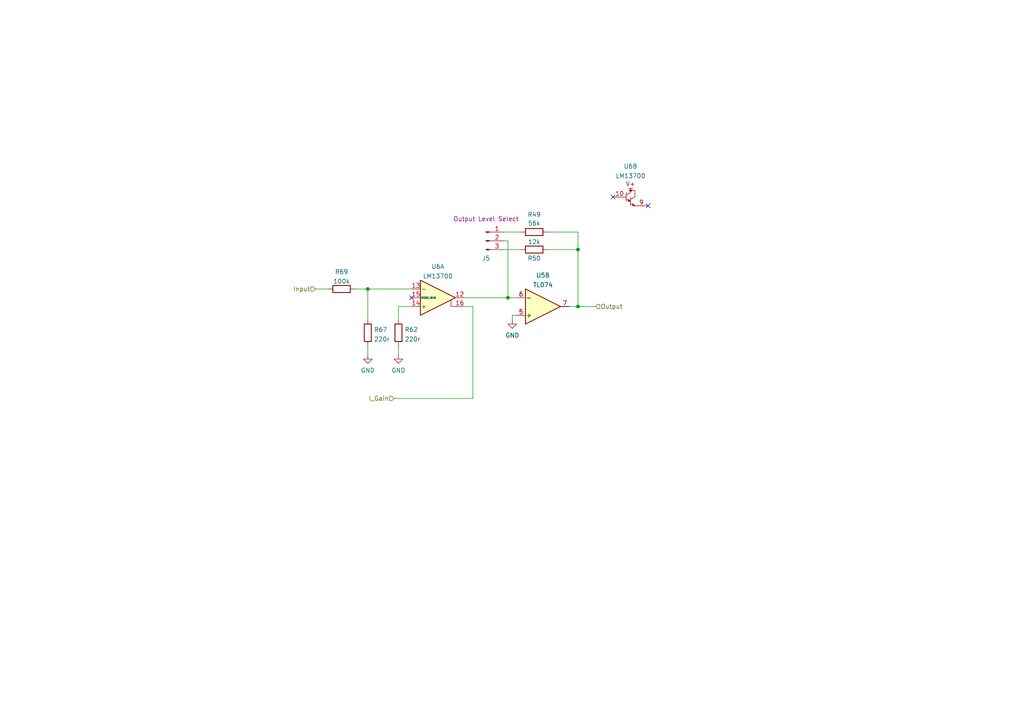
<source format=kicad_sch>
(kicad_sch (version 20230121) (generator eeschema)
  (paper "A4")
  (title_block (title "Magnum Percussion Instrument") (date "2023-05-09") (rev "r05") (comment 2 "creativecommons.org/licenses/by/4.0/") (comment 3 "License: CC BY 4.0") (comment 4 "Author: Guy John"))
  (lib_symbols
    (symbol "Amplifier_Operational:LM13700" (pin_names (offset 0.127))
      (property "Reference" "U" (at 3.81 5.08 0))
      (property "Value" "LM13700" (at 5.08 -5.08 0))
      (symbol "LM13700_1_1"
        (polyline (pts (xy 3.81 -0.635) (xy 3.81 -2.54) (xy 5.08 -2.54)))
        (polyline (pts (xy 5.08 0) (xy -5.08 -5.08) (xy -5.08 5.08) (xy 5.08 0)) (stroke (width 0.254)) (fill (type background)))
        (pin output line (at 7.62 0 180) (length 2.54) (name "~") (number "12"))
        (pin input line (at -7.62 2.54 0) (length 2.54) (name "-") (number "13"))
        (pin input line (at -7.62 -2.54 0) (length 2.54) (name "+") (number "14"))
        (pin input line (at -7.62 0 0) (length 2.54) (name "DIODE_BIAS") (number "15"))
        (pin input line (at 7.62 -2.54 180) (length 2.54) (name "~") (number "16"))
      )
      (symbol "LM13700_2_0"
        (polyline (pts (xy -1.905 2.54) (xy -3.175 2.54)))
      )
      (symbol "LM13700_2_1"
        (circle (center -2.54 1.905) (radius 0.254) (stroke (width 0.254)) (fill (type outline)))
        (polyline (pts (xy -3.81 -0.635) (xy -2.54 -1.27)))
        (polyline (pts (xy -3.81 1.27) (xy -3.81 -1.27)))
        (polyline (pts (xy -2.54 -1.905) (xy -1.27 -2.54)))
        (polyline (pts (xy -2.54 0) (xy -2.54 -2.54)))
        (polyline (pts (xy -3.81 0.635) (xy -2.54 1.27) (xy -2.54 1.905) (xy -2.54 2.54)))
        (polyline (pts (xy -2.54 -1.27) (xy -3.175 -0.635) (xy -3.175 -1.27) (xy -2.54 -1.27)) (fill (type outline)))
        (polyline (pts (xy -2.54 -0.635) (xy -1.27 0) (xy -1.27 1.905) (xy -2.54 1.905)))
        (polyline (pts (xy -1.27 -2.54) (xy -1.905 -1.905) (xy -1.905 -2.54) (xy -1.27 -2.54)) (fill (type outline)))
        (text "V+" (at -2.54 3.81 0) (effects (font (size 1.27 1.27))))
        (pin input line (at -7.62 0 0) (length 3.81) (name "~") (number "10"))
        (pin output line (at 2.54 -2.54 180) (length 3.81) (name "~") (number "9"))
      )
      (symbol "LM13700_3_1"
        (polyline (pts (xy 3.81 -0.635) (xy 3.81 -2.54) (xy 5.08 -2.54)))
        (polyline (pts (xy 5.08 0) (xy -5.08 -5.08) (xy -5.08 5.08) (xy 5.08 0)) (stroke (width 0.254)) (fill (type background)))
        (pin input line (at 7.62 -2.54 180) (length 2.54) (name "~") (number "1"))
        (pin input line (at -7.62 0 0) (length 2.54) (name "DIODE_BIAS") (number "2"))
        (pin input line (at -7.62 -2.54 0) (length 2.54) (name "+") (number "3"))
        (pin input line (at -7.62 2.54 0) (length 2.54) (name "-") (number "4"))
        (pin output line (at 7.62 0 180) (length 2.54) (name "~") (number "5"))
      )
      (symbol "LM13700_4_0"
        (polyline (pts (xy -3.175 2.54) (xy -1.905 2.54)))
        (text "V+" (at -2.54 3.81 0) (effects (font (size 1.27 1.27))))
      )
      (symbol "LM13700_4_1"
        (circle (center -2.54 1.905) (radius 0.254) (stroke (width 0.254)) (fill (type outline)))
        (polyline (pts (xy -3.81 -0.635) (xy -2.54 -1.27)))
        (polyline (pts (xy -3.81 1.27) (xy -3.81 -1.27)))
        (polyline (pts (xy -2.54 -1.905) (xy -1.27 -2.54)))
        (polyline (pts (xy -2.54 0) (xy -2.54 -2.54)))
        (polyline (pts (xy -3.81 0.635) (xy -2.54 1.27) (xy -2.54 2.54)))
        (polyline (pts (xy -2.54 -1.27) (xy -3.175 -0.635) (xy -3.175 -1.27) (xy -2.54 -1.27)) (fill (type outline)))
        (polyline (pts (xy -2.54 -0.635) (xy -1.27 0) (xy -1.27 1.905) (xy -2.54 1.905)))
        (polyline (pts (xy -1.27 -2.54) (xy -1.905 -1.905) (xy -1.905 -2.54) (xy -1.27 -2.54)) (fill (type outline)))
        (pin input line (at -7.62 0 0) (length 3.81) (name "~") (number "7"))
        (pin output line (at 2.54 -2.54 180) (length 3.81) (name "~") (number "8"))
      )
      (symbol "LM13700_5_1"
        (pin power_in line (at -2.54 7.62 270) (length 3.81) (name "V+") (number "11"))
        (pin power_in line (at -2.54 -7.62 90) (length 3.81) (name "V-") (number "6"))
      )
    )
    (symbol "Amplifier_Operational:TL074" (pin_names (offset 0.127))
      (property "Reference" "U" (at 0 5.08 0))
      (property "Value" "TL074" (at 0 -5.08 0))
      (symbol "TL074_1_1"
        (polyline (pts (xy -5.08 5.08) (xy 5.08 0) (xy -5.08 -5.08) (xy -5.08 5.08)) (stroke (width 0.254)) (fill (type background)))
        (pin output line (at 7.62 0 180) (length 2.54) (name "~") (number "1"))
        (pin input line (at -7.62 -2.54 0) (length 2.54) (name "-") (number "2"))
        (pin input line (at -7.62 2.54 0) (length 2.54) (name "+") (number "3"))
      )
      (symbol "TL074_2_1"
        (polyline (pts (xy -5.08 5.08) (xy 5.08 0) (xy -5.08 -5.08) (xy -5.08 5.08)) (stroke (width 0.254)) (fill (type background)))
        (pin input line (at -7.62 2.54 0) (length 2.54) (name "+") (number "5"))
        (pin input line (at -7.62 -2.54 0) (length 2.54) (name "-") (number "6"))
        (pin output line (at 7.62 0 180) (length 2.54) (name "~") (number "7"))
      )
      (symbol "TL074_3_1"
        (polyline (pts (xy -5.08 5.08) (xy 5.08 0) (xy -5.08 -5.08) (xy -5.08 5.08)) (stroke (width 0.254)) (fill (type background)))
        (pin input line (at -7.62 2.54 0) (length 2.54) (name "+") (number "10"))
        (pin output line (at 7.62 0 180) (length 2.54) (name "~") (number "8"))
        (pin input line (at -7.62 -2.54 0) (length 2.54) (name "-") (number "9"))
      )
      (symbol "TL074_4_1"
        (polyline (pts (xy -5.08 5.08) (xy 5.08 0) (xy -5.08 -5.08) (xy -5.08 5.08)) (stroke (width 0.254)) (fill (type background)))
        (pin input line (at -7.62 2.54 0) (length 2.54) (name "+") (number "12"))
        (pin input line (at -7.62 -2.54 0) (length 2.54) (name "-") (number "13"))
        (pin output line (at 7.62 0 180) (length 2.54) (name "~") (number "14"))
      )
      (symbol "TL074_5_1"
        (pin power_in line (at -2.54 -7.62 90) (length 3.81) (name "V-") (number "11"))
        (pin power_in line (at -2.54 7.62 270) (length 3.81) (name "V+") (number "4"))
      )
    )
    (symbol "Connector:Conn_01x03_Pin" (pin_names (offset 1.016) hide)
      (property "Reference" "J" (at 0 5.08 0))
      (property "Value" "Conn_01x03_Pin" (at 0 -5.08 0))
      (symbol "Conn_01x03_Pin_1_1"
        (polyline (pts (xy 1.27 -2.54) (xy 0.8636 -2.54)) (stroke (width 0.1524)))
        (polyline (pts (xy 1.27 0) (xy 0.8636 0)) (stroke (width 0.1524)))
        (polyline (pts (xy 1.27 2.54) (xy 0.8636 2.54)) (stroke (width 0.1524)))
        (rectangle (start 0.8636 -2.413) (end 0 -2.667) (stroke (width 0.1524)) (fill (type outline)))
        (rectangle (start 0.8636 0.127) (end 0 -0.127) (stroke (width 0.1524)) (fill (type outline)))
        (rectangle (start 0.8636 2.667) (end 0 2.413) (stroke (width 0.1524)) (fill (type outline)))
        (pin passive line (at 5.08 2.54 180) (length 3.81) (name "Pin_1") (number "1"))
        (pin passive line (at 5.08 0 180) (length 3.81) (name "Pin_2") (number "2"))
        (pin passive line (at 5.08 -2.54 180) (length 3.81) (name "Pin_3") (number "3"))
      )
    )
    (symbol "Device:R" (pin_numbers hide) (pin_names (offset 0))
      (property "Reference" "R" (at 2.032 0 90))
      (property "Value" "R" (at 0 0 90))
      (symbol "R_0_1"
        (rectangle (start -1.016 -2.54) (end 1.016 2.54) (stroke (width 0.254)))
      )
      (symbol "R_1_1"
        (pin passive line (at 0 3.81 270) (length 1.27) (name "~") (number "1"))
        (pin passive line (at 0 -3.81 90) (length 1.27) (name "~") (number "2"))
      )
    )
    (symbol "power:GND" (power) (pin_names (offset 0))
      (property "Value" "GND" (at 0 -3.81 0))
      (symbol "GND_0_1"
        (polyline (pts (xy 0 0) (xy 0 -1.27) (xy 1.27 -1.27) (xy 0 -2.54) (xy -1.27 -1.27) (xy 0 -1.27)))
      )
      (symbol "GND_1_1"
        (pin power_in line (at 0 0 270) (length 0) hide (name "GND") (number "1"))
      )
    )
  )
  (junction (at 167.64 72.39))
  (junction (at 167.64 88.9))
  (junction (at 147.32 86.36))
  (junction (at 106.68 83.82))
  (no_connect (at 119.38 86.36))
  (no_connect (at 177.8 57.15))
  (no_connect (at 187.96 59.69))
  (wire (pts (xy 137.16 115.57) (xy 114.3 115.57)))
  (wire (pts (xy 134.62 86.36) (xy 147.32 86.36)))
  (wire (pts (xy 167.64 88.9) (xy 172.72 88.9)))
  (wire (pts (xy 167.64 67.31) (xy 158.75 67.31)))
  (wire (pts (xy 115.57 88.9) (xy 115.57 92.71)))
  (wire (pts (xy 149.86 91.44) (xy 148.59 91.44)))
  (wire (pts (xy 167.64 67.31) (xy 167.64 72.39)))
  (wire (pts (xy 147.32 69.85) (xy 146.05 69.85)))
  (wire (pts (xy 148.59 91.44) (xy 148.59 92.71)))
  (wire (pts (xy 137.16 88.9) (xy 134.62 88.9)))
  (wire (pts (xy 147.32 86.36) (xy 149.86 86.36)))
  (wire (pts (xy 146.05 67.31) (xy 151.13 67.31)))
  (wire (pts (xy 91.44 83.82) (xy 95.25 83.82)))
  (wire (pts (xy 119.38 88.9) (xy 115.57 88.9)))
  (wire (pts (xy 106.68 92.71) (xy 106.68 83.82)))
  (wire (pts (xy 106.68 100.33) (xy 106.68 102.87)))
  (wire (pts (xy 158.75 72.39) (xy 167.64 72.39)))
  (wire (pts (xy 167.64 72.39) (xy 167.64 88.9)))
  (wire (pts (xy 137.16 88.9) (xy 137.16 115.57)))
  (wire (pts (xy 146.05 72.39) (xy 151.13 72.39)))
  (wire (pts (xy 115.57 100.33) (xy 115.57 102.87)))
  (wire (pts (xy 102.87 83.82) (xy 106.68 83.82)))
  (wire (pts (xy 106.68 83.82) (xy 119.38 83.82)))
  (wire (pts (xy 147.32 69.85) (xy 147.32 86.36)))
  (wire (pts (xy 165.1 88.9) (xy 167.64 88.9)))
  (hierarchical_label "Output" (shape input) (at 172.72 88.9 0))
  (hierarchical_label "Input" (shape input) (at 91.44 83.82 180))
  (hierarchical_label "I_Gain" (shape input) (at 114.3 115.57 180))
  (symbol (lib_id "Device:R") (at 154.94 67.31 90) (unit 1)
    (property "Reference" "R49" (at 154.94 62.23 90))
    (property "Value" "56k" (at 154.94 64.77 90))
    (property "Footprint" "Rumblesan_Standard_Parts:R_Axial_DIN0207_L6.3mm_D2.5mm_P10.16mm_Horizontal" (effects hide))
    (property "Tolerance" "1%" (effects hide))
  )
  (symbol (lib_id "Connector:Conn_01x03_Pin") (at 140.97 69.85 0) (unit 1)
    (property "Reference" "J5" (at 140.97 74.93 0))
    (property "Value" "Conn_01x03_Header" (effects hide))
    (property "Footprint" "Connector_PinHeader_2.54mm:PinHeader_1x03_P2.54mm_Vertical" (effects hide))
    (property "Name" "Output Level Select" (at 140.97 63.5 0))
  )
  (symbol (lib_id "Device:R") (at 154.94 72.39 90) (unit 1)
    (property "Reference" "R50" (at 154.94 74.93 90))
    (property "Value" "12k" (at 154.94 70.1826 90))
    (property "Footprint" "Rumblesan_Standard_Parts:R_Axial_DIN0207_L6.3mm_D2.5mm_P10.16mm_Horizontal" (effects hide))
    (property "Tolerance" "1%" (effects hide))
  )
  (symbol (lib_id "Amplifier_Operational:TL074") (at 157.48 88.9 0) (mirror x) (unit 2)
    (property "Reference" "U5" (at 157.48 79.8535 0))
    (property "Value" "TL074" (at 157.48 82.6286 0))
    (property "Footprint" "Rumblesan_Standard_Parts:DIP-14_W7.62mm_Socket" (effects hide))
    (property "Datasheet" "http://www.ti.com/lit/ds/symlink/tl071.pdf" (effects hide))
  )
  (symbol (lib_id "Amplifier_Operational:LM13700") (at 127 86.36 0) (unit 1)
    (property "Reference" "U6" (at 127 77.3135 0))
    (property "Value" "LM13700" (at 127 80.0886 0))
    (property "Footprint" "Rumblesan_Standard_Parts:DIP-16_W7.62mm_Socket" (effects hide))
    (property "Datasheet" "http://www.ti.com/lit/ds/symlink/lm13700.pdf" (effects hide))
  )
  (symbol (lib_id "power:GND") (at 115.57 102.87 0) (unit 1)
    (property "Reference" "#PWR085" (effects hide))
    (property "Value" "GND" (at 115.57 107.4325 0))
  )
  (symbol (lib_id "Device:R") (at 99.06 83.82 90) (unit 1)
    (property "Reference" "R69" (at 99.06 78.8375 90))
    (property "Value" "100k" (at 99.06 81.6126 90))
    (property "Footprint" "Rumblesan_Standard_Parts:R_Axial_DIN0207_L6.3mm_D2.5mm_P10.16mm_Horizontal" (effects hide))
    (property "Tolerance" "1%" (effects hide))
  )
  (symbol (lib_id "Amplifier_Operational:LM13700") (at 185.42 57.15 0) (unit 2)
    (property "Reference" "U6" (at 182.88 48.2399 0))
    (property "Value" "LM13700" (at 182.88 51.015 0))
    (property "Footprint" "Rumblesan_Standard_Parts:DIP-16_W7.62mm_Socket" (effects hide))
    (property "Datasheet" "http://www.ti.com/lit/ds/symlink/lm13700.pdf" (effects hide))
  )
  (symbol (lib_id "Device:R") (at 106.68 96.52 0) (unit 1)
    (property "Reference" "R67" (at 108.458 95.6115 0) (effects (justify left)))
    (property "Value" "220r" (at 108.458 98.3866 0) (effects (justify left)))
    (property "Footprint" "Rumblesan_Standard_Parts:R_Axial_DIN0207_L6.3mm_D2.5mm_P10.16mm_Horizontal" (effects hide))
    (property "Tolerance" "1%" (effects hide))
  )
  (symbol (lib_id "power:GND") (at 148.59 92.71 0) (unit 1)
    (property "Reference" "#PWR086" (effects hide))
    (property "Value" "GND" (at 148.59 97.2725 0))
  )
  (symbol (lib_id "Device:R") (at 115.57 96.52 0) (unit 1)
    (property "Reference" "R62" (at 117.348 95.6115 0) (effects (justify left)))
    (property "Value" "220r" (at 117.348 98.3866 0) (effects (justify left)))
    (property "Footprint" "Rumblesan_Standard_Parts:R_Axial_DIN0207_L6.3mm_D2.5mm_P10.16mm_Horizontal" (effects hide))
    (property "Tolerance" "1%" (effects hide))
  )
  (symbol (lib_id "power:GND") (at 106.68 102.87 0) (unit 1)
    (property "Reference" "#PWR084" (effects hide))
    (property "Value" "GND" (at 106.68 107.4325 0))
  )
)
</source>
